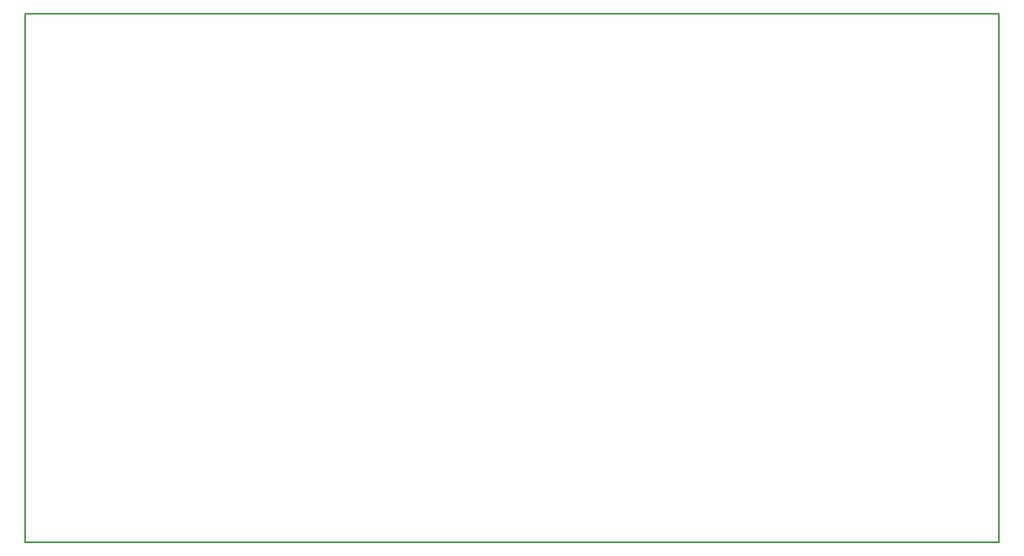
<source format=gbr>
G04 DipTrace 2.4.0.2*
%INBoardOutline.gbr*%
%MOIN*%
%ADD11C,0.0055*%
%FSLAX44Y44*%
G04*
G70*
G90*
G75*
G01*
%LNBoardOutline*%
%LPD*%
X3940Y25711D2*
D11*
X43973D1*
Y3940D1*
X3940D1*
Y25711D1*
M02*

</source>
